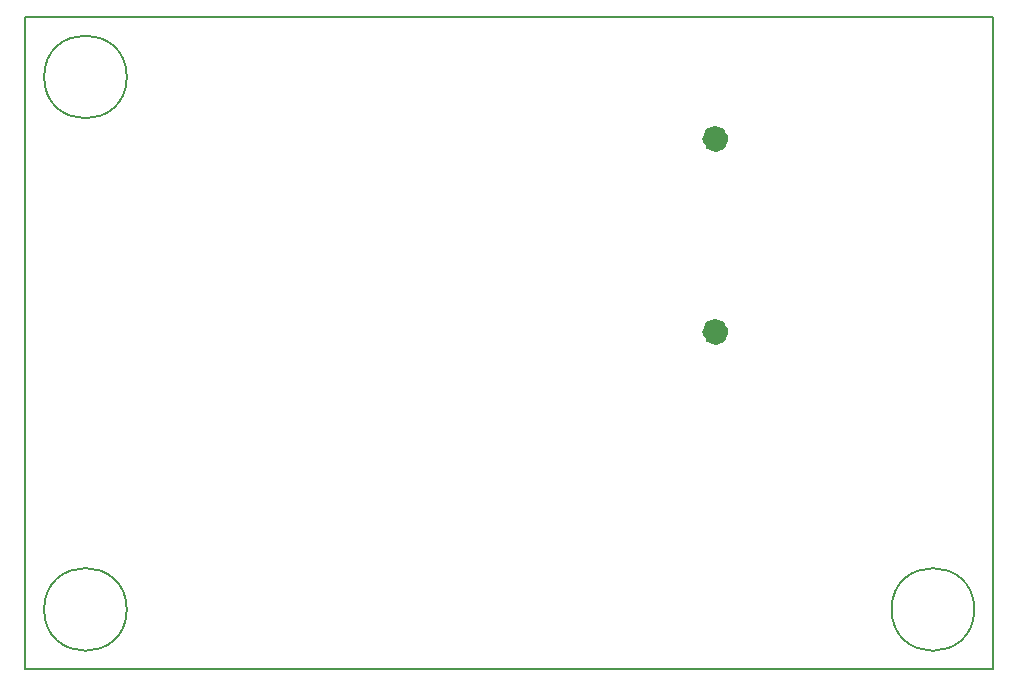
<source format=gbr>
%TF.GenerationSoftware,KiCad,Pcbnew,7.0.7*%
%TF.CreationDate,2023-10-22T22:24:02+02:00*%
%TF.ProjectId,SAE_four_manip_triac,5341455f-666f-4757-925f-6d616e69705f,rev?*%
%TF.SameCoordinates,Original*%
%TF.FileFunction,Profile,NP*%
%FSLAX46Y46*%
G04 Gerber Fmt 4.6, Leading zero omitted, Abs format (unit mm)*
G04 Created by KiCad (PCBNEW 7.0.7) date 2023-10-22 22:24:02*
%MOMM*%
%LPD*%
G01*
G04 APERTURE LIST*
%TA.AperFunction,Profile*%
%ADD10C,0.200000*%
%TD*%
%TA.AperFunction,Profile*%
%ADD11C,1.125000*%
%TD*%
G04 APERTURE END LIST*
D10*
X129230000Y-109220000D02*
G75*
G03*
X129230000Y-109220000I-3500000J0D01*
G01*
X57475000Y-109220000D02*
G75*
G03*
X57475000Y-109220000I-3500000J0D01*
G01*
X48895000Y-59055000D02*
X130810000Y-59055000D01*
X130810000Y-114300000D01*
X48895000Y-114300000D01*
X48895000Y-59055000D01*
X57475000Y-64135000D02*
G75*
G03*
X57475000Y-64135000I-3500000J0D01*
G01*
%TO.C,J4*%
D11*
X107877500Y-85725000D02*
G75*
G03*
X107877500Y-85725000I-562500J0D01*
G01*
%TO.C,J1*%
X107877500Y-69385000D02*
G75*
G03*
X107877500Y-69385000I-562500J0D01*
G01*
%TD*%
M02*

</source>
